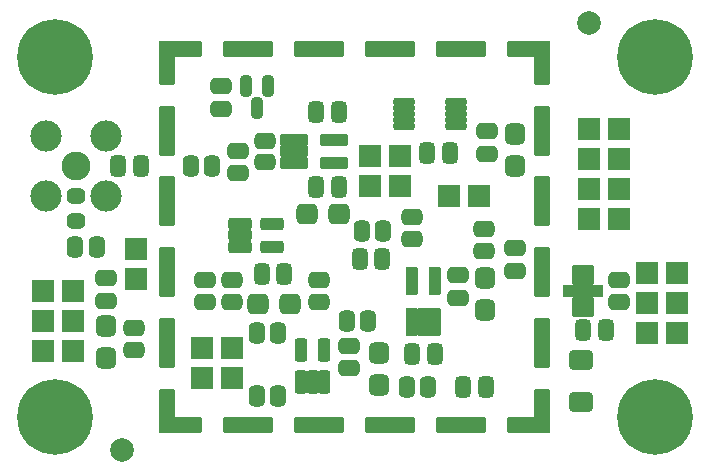
<source format=gbr>
%TF.GenerationSoftware,KiCad,Pcbnew,7.0.7-7.0.7~ubuntu23.04.1*%
%TF.CreationDate,2023-10-11T15:52:06+00:00*%
%TF.ProjectId,PCRD07,50435244-3037-42e6-9b69-6361645f7063,REV*%
%TF.SameCoordinates,PX6bb53e0PY7c5bf00*%
%TF.FileFunction,Soldermask,Bot*%
%TF.FilePolarity,Negative*%
%FSLAX46Y46*%
G04 Gerber Fmt 4.6, Leading zero omitted, Abs format (unit mm)*
G04 Created by KiCad (PCBNEW 7.0.7-7.0.7~ubuntu23.04.1) date 2023-10-11 15:52:06*
%MOMM*%
%LPD*%
G01*
G04 APERTURE LIST*
G04 Aperture macros list*
%AMRoundRect*
0 Rectangle with rounded corners*
0 $1 Rounding radius*
0 $2 $3 $4 $5 $6 $7 $8 $9 X,Y pos of 4 corners*
0 Add a 4 corners polygon primitive as box body*
4,1,4,$2,$3,$4,$5,$6,$7,$8,$9,$2,$3,0*
0 Add four circle primitives for the rounded corners*
1,1,$1+$1,$2,$3*
1,1,$1+$1,$4,$5*
1,1,$1+$1,$6,$7*
1,1,$1+$1,$8,$9*
0 Add four rect primitives between the rounded corners*
20,1,$1+$1,$2,$3,$4,$5,0*
20,1,$1+$1,$4,$5,$6,$7,0*
20,1,$1+$1,$6,$7,$8,$9,0*
20,1,$1+$1,$8,$9,$2,$3,0*%
G04 Aperture macros list end*
%ADD10C,6.400000*%
%ADD11C,2.450000*%
%ADD12C,2.650000*%
%ADD13RoundRect,0.200000X0.762000X0.762000X-0.762000X0.762000X-0.762000X-0.762000X0.762000X-0.762000X0*%
%ADD14RoundRect,0.200000X0.762000X-0.762000X0.762000X0.762000X-0.762000X0.762000X-0.762000X-0.762000X0*%
%ADD15RoundRect,0.200000X-0.762000X-0.762000X0.762000X-0.762000X0.762000X0.762000X-0.762000X0.762000X0*%
%ADD16RoundRect,0.450000X0.475000X-0.250000X0.475000X0.250000X-0.475000X0.250000X-0.475000X-0.250000X0*%
%ADD17RoundRect,0.200000X0.325000X-1.000000X0.325000X1.000000X-0.325000X1.000000X-0.325000X-1.000000X0*%
%ADD18RoundRect,0.450000X-0.250000X-0.475000X0.250000X-0.475000X0.250000X0.475000X-0.250000X0.475000X0*%
%ADD19RoundRect,0.450000X-0.425000X0.450000X-0.425000X-0.450000X0.425000X-0.450000X0.425000X0.450000X0*%
%ADD20RoundRect,0.450000X0.250000X0.475000X-0.250000X0.475000X-0.250000X-0.475000X0.250000X-0.475000X0*%
%ADD21RoundRect,0.450000X-0.475000X0.250000X-0.475000X-0.250000X0.475000X-0.250000X0.475000X0.250000X0*%
%ADD22RoundRect,0.450000X-0.600000X0.400000X-0.600000X-0.400000X0.600000X-0.400000X0.600000X0.400000X0*%
%ADD23RoundRect,0.450000X-0.450000X0.262500X-0.450000X-0.262500X0.450000X-0.262500X0.450000X0.262500X0*%
%ADD24RoundRect,0.450000X0.450000X-0.262500X0.450000X0.262500X-0.450000X0.262500X-0.450000X-0.262500X0*%
%ADD25RoundRect,0.450000X-0.262500X-0.450000X0.262500X-0.450000X0.262500X0.450000X-0.262500X0.450000X0*%
%ADD26RoundRect,0.450000X0.262500X0.450000X-0.262500X0.450000X-0.262500X-0.450000X0.262500X-0.450000X0*%
%ADD27RoundRect,0.200000X-0.750000X0.650000X-0.750000X-0.650000X0.750000X-0.650000X0.750000X0.650000X0*%
%ADD28RoundRect,0.200000X-1.500000X0.350000X-1.500000X-0.350000X1.500000X-0.350000X1.500000X0.350000X0*%
%ADD29RoundRect,0.200000X-0.500000X-0.500000X0.500000X-0.500000X0.500000X0.500000X-0.500000X0.500000X0*%
%ADD30RoundRect,0.200000X-0.500000X-1.150000X0.500000X-1.150000X0.500000X1.150000X-0.500000X1.150000X0*%
%ADD31RoundRect,0.200000X-0.500000X-1.900000X0.500000X-1.900000X0.500000X1.900000X-0.500000X1.900000X0*%
%ADD32RoundRect,0.200000X-1.150000X-0.500000X1.150000X-0.500000X1.150000X0.500000X-1.150000X0.500000X0*%
%ADD33RoundRect,0.200000X-1.900000X-0.500000X1.900000X-0.500000X1.900000X0.500000X-1.900000X0.500000X0*%
%ADD34RoundRect,0.200000X0.325000X-0.780000X0.325000X0.780000X-0.325000X0.780000X-0.325000X-0.780000X0*%
%ADD35RoundRect,0.200000X-0.780000X-0.325000X0.780000X-0.325000X0.780000X0.325000X-0.780000X0.325000X0*%
%ADD36RoundRect,0.450000X0.450000X0.425000X-0.450000X0.425000X-0.450000X-0.425000X0.450000X-0.425000X0*%
%ADD37RoundRect,0.200000X-0.700000X-0.150000X0.700000X-0.150000X0.700000X0.150000X-0.700000X0.150000X0*%
%ADD38RoundRect,0.350000X-0.150000X0.587500X-0.150000X-0.587500X0.150000X-0.587500X0.150000X0.587500X0*%
%ADD39C,2.000000*%
%ADD40RoundRect,0.418750X0.381250X-0.218750X0.381250X0.218750X-0.381250X0.218750X-0.381250X-0.218750X0*%
%ADD41RoundRect,0.200000X-1.000000X-0.325000X1.000000X-0.325000X1.000000X0.325000X-1.000000X0.325000X0*%
G04 APERTURE END LIST*
D10*
%TO.C,M1*%
X10160000Y40640000D03*
%TD*%
%TO.C,M2*%
X60960000Y40640000D03*
%TD*%
%TO.C,M3*%
X10160000Y10160000D03*
%TD*%
%TO.C,M4*%
X60960000Y10160000D03*
%TD*%
D11*
%TO.C,J8*%
X11938000Y31369000D03*
D12*
X9398000Y28829000D03*
X14478000Y28829000D03*
X9398000Y33909000D03*
X14478000Y33909000D03*
%TD*%
D13*
%TO.C,J1*%
X62865000Y17272000D03*
X60325000Y17272000D03*
X62865000Y19812000D03*
X60325000Y19812000D03*
X62865000Y22352000D03*
X60325000Y22352000D03*
%TD*%
D14*
%TO.C,J2*%
X25146000Y13462000D03*
X25146000Y16002000D03*
%TD*%
%TO.C,J3*%
X22606000Y13462000D03*
X22606000Y16002000D03*
%TD*%
%TO.C,J5*%
X39370000Y29718000D03*
X39370000Y32258000D03*
%TD*%
%TO.C,J6*%
X36830000Y29718000D03*
X36830000Y32258000D03*
%TD*%
D13*
%TO.C,J7*%
X57912000Y32004000D03*
X55372000Y32004000D03*
%TD*%
%TO.C,J10*%
X57912000Y26924000D03*
X55372000Y26924000D03*
%TD*%
%TO.C,J9*%
X57912000Y34544000D03*
X55372000Y34544000D03*
%TD*%
%TO.C,J4*%
X57912000Y29464000D03*
X55372000Y29464000D03*
%TD*%
%TO.C,J11*%
X46101000Y28829000D03*
X43561000Y28829000D03*
%TD*%
D15*
%TO.C,J12*%
X9144000Y20828000D03*
X11684000Y20828000D03*
X9144000Y18288000D03*
X11684000Y18288000D03*
X9144000Y15748000D03*
X11684000Y15748000D03*
%TD*%
D14*
%TO.C,J13*%
X17018000Y21844000D03*
X17018000Y24384000D03*
%TD*%
D16*
%TO.C,C2*%
X22860000Y19878000D03*
X22860000Y21778000D03*
%TD*%
D17*
%TO.C,U2*%
X42352000Y18229000D03*
X41402000Y18229000D03*
X40452000Y18229000D03*
X40452000Y21649000D03*
X42352000Y21649000D03*
%TD*%
D16*
%TO.C,C1*%
X57912000Y19878000D03*
X57912000Y21778000D03*
%TD*%
D18*
%TO.C,C4*%
X54930000Y17526000D03*
X56830000Y17526000D03*
%TD*%
D19*
%TO.C,C7*%
X46562000Y21924000D03*
X46562000Y19224000D03*
%TD*%
D16*
%TO.C,C8*%
X25654000Y30800000D03*
X25654000Y32700000D03*
%TD*%
D20*
%TO.C,C9*%
X34224000Y35941000D03*
X32324000Y35941000D03*
%TD*%
D21*
%TO.C,C12*%
X44323000Y22159000D03*
X44323000Y20259000D03*
%TD*%
D20*
%TO.C,C13*%
X29605000Y22286000D03*
X27705000Y22286000D03*
%TD*%
D21*
%TO.C,C14*%
X35052000Y16190000D03*
X35052000Y14290000D03*
%TD*%
D18*
%TO.C,C19*%
X40452000Y15494000D03*
X42352000Y15494000D03*
%TD*%
D22*
%TO.C,D1*%
X54737000Y14958000D03*
X54737000Y11458000D03*
%TD*%
D23*
%TO.C,R1*%
X40386000Y27074500D03*
X40386000Y25249500D03*
%TD*%
D24*
%TO.C,R3*%
X46482000Y24233500D03*
X46482000Y26058500D03*
%TD*%
%TO.C,R4*%
X32512000Y19915500D03*
X32512000Y21740500D03*
%TD*%
D25*
%TO.C,R5*%
X39981500Y12700000D03*
X41806500Y12700000D03*
%TD*%
D24*
%TO.C,R12*%
X25146000Y19915500D03*
X25146000Y21740500D03*
%TD*%
D26*
%TO.C,R13*%
X36726500Y18288000D03*
X34901500Y18288000D03*
%TD*%
D27*
%TO.C,C21*%
X54864000Y22178000D03*
D28*
X54864000Y20828000D03*
D27*
X54864000Y19478000D03*
%TD*%
D29*
%TO.C,M5*%
X19660000Y41300000D03*
D30*
X19660000Y39650000D03*
D31*
X19660000Y34400000D03*
X19660000Y28400000D03*
X19660000Y22400000D03*
X19660000Y16400000D03*
D30*
X19660000Y11150000D03*
D29*
X19660000Y9500000D03*
D32*
X21310000Y41300000D03*
X21310000Y9500000D03*
D33*
X26560000Y41300000D03*
X26560000Y9500000D03*
X32560000Y41300000D03*
X32560000Y9500000D03*
X38560000Y41300000D03*
X38560000Y9500000D03*
X44560000Y41300000D03*
X44560000Y9500000D03*
D32*
X49810000Y41300000D03*
X49810000Y9500000D03*
D29*
X51460000Y41300000D03*
D30*
X51460000Y39650000D03*
D31*
X51460000Y34400000D03*
X51460000Y28400000D03*
X51460000Y22400000D03*
X51460000Y16400000D03*
D30*
X51460000Y11150000D03*
D29*
X51460000Y9500000D03*
%TD*%
D34*
%TO.C,U5*%
X32954000Y13128000D03*
X32004000Y13128000D03*
X31054000Y13128000D03*
X31054000Y15828000D03*
X32954000Y15828000D03*
%TD*%
D35*
%TO.C,U1*%
X25828000Y24577000D03*
X25828000Y25527000D03*
X25828000Y26477000D03*
X28528000Y26477000D03*
X28528000Y24577000D03*
%TD*%
D21*
%TO.C,C18*%
X46736000Y34351000D03*
X46736000Y32451000D03*
%TD*%
D36*
%TO.C,C11*%
X34243000Y27305000D03*
X31543000Y27305000D03*
%TD*%
D20*
%TO.C,C20*%
X43622000Y32512000D03*
X41722000Y32512000D03*
%TD*%
D25*
%TO.C,R11*%
X11914500Y24511000D03*
X13739500Y24511000D03*
%TD*%
D19*
%TO.C,C5*%
X37592000Y15574000D03*
X37592000Y12874000D03*
%TD*%
D37*
%TO.C,U3*%
X39710000Y34814000D03*
X39710000Y35314000D03*
X39710000Y35814000D03*
X39710000Y36314000D03*
X39710000Y36814000D03*
X44110000Y36814000D03*
X44110000Y36314000D03*
X44110000Y35814000D03*
X44110000Y35314000D03*
X44110000Y34814000D03*
%TD*%
D26*
%TO.C,R6*%
X29106500Y17272000D03*
X27281500Y17272000D03*
%TD*%
D38*
%TO.C,U4*%
X26355000Y38148500D03*
X28255000Y38148500D03*
X27305000Y36273500D03*
%TD*%
D36*
%TO.C,C6*%
X30052000Y19746000D03*
X27352000Y19746000D03*
%TD*%
D16*
%TO.C,C17*%
X14478000Y20005000D03*
X14478000Y21905000D03*
%TD*%
D20*
%TO.C,C15*%
X34224000Y29591000D03*
X32324000Y29591000D03*
%TD*%
D21*
%TO.C,C22*%
X24257000Y38161000D03*
X24257000Y36261000D03*
%TD*%
D25*
%TO.C,R9*%
X36171500Y25908000D03*
X37996500Y25908000D03*
%TD*%
D26*
%TO.C,R8*%
X23518500Y31369000D03*
X21693500Y31369000D03*
%TD*%
D19*
%TO.C,C3*%
X49149000Y34116000D03*
X49149000Y31416000D03*
%TD*%
D39*
%TO.C,FID2*%
X15875000Y7366000D03*
%TD*%
D25*
%TO.C,R2*%
X27281500Y11938000D03*
X29106500Y11938000D03*
%TD*%
D20*
%TO.C,C24*%
X37907000Y23495000D03*
X36007000Y23495000D03*
%TD*%
D24*
%TO.C,R7*%
X27940000Y31726500D03*
X27940000Y33551500D03*
%TD*%
D20*
%TO.C,C10*%
X17460000Y31369000D03*
X15560000Y31369000D03*
%TD*%
D39*
%TO.C,FID1*%
X55372000Y43500000D03*
%TD*%
D19*
%TO.C,C16*%
X14478000Y17860000D03*
X14478000Y15160000D03*
%TD*%
D21*
%TO.C,C25*%
X49149000Y24445000D03*
X49149000Y22545000D03*
%TD*%
D23*
%TO.C,R10*%
X16891000Y17676500D03*
X16891000Y15851500D03*
%TD*%
D18*
%TO.C,C23*%
X44770000Y12700000D03*
X46670000Y12700000D03*
%TD*%
D40*
%TO.C,L1*%
X11938000Y26750500D03*
X11938000Y28875500D03*
%TD*%
D41*
%TO.C,U6*%
X30421000Y31689000D03*
X30421000Y32639000D03*
X30421000Y33589000D03*
X33841000Y33589000D03*
X33841000Y31689000D03*
%TD*%
M02*

</source>
